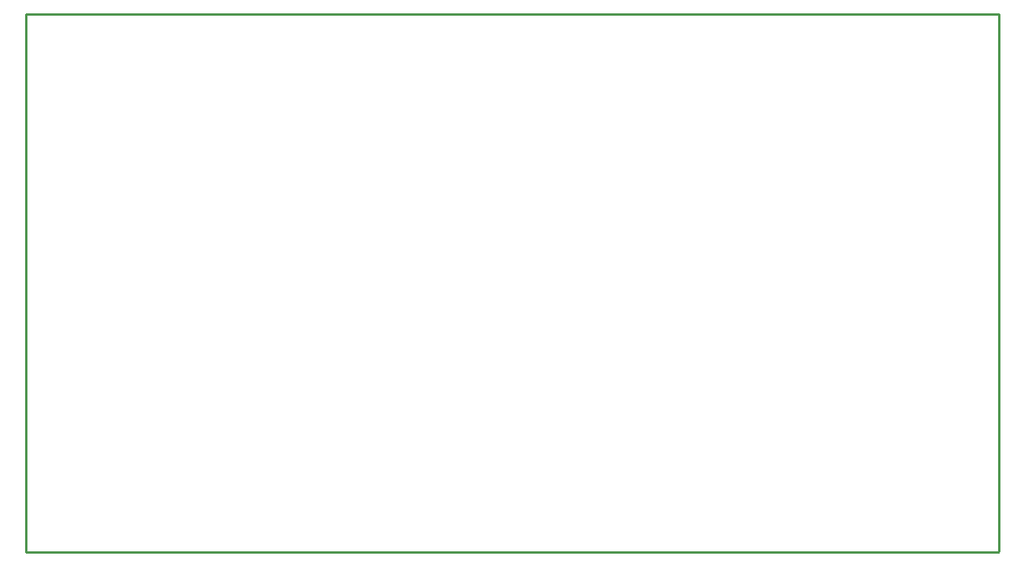
<source format=gko>
G04 Layer_Color=16711935*
%FSLAX43Y43*%
%MOMM*%
G71*
G01*
G75*
%ADD101C,0.254*%
D101*
X0Y58100D02*
X105000D01*
Y100D02*
Y58100D01*
X104900Y0D02*
X105000Y100D01*
X0Y0D02*
X104900D01*
X0D02*
Y58100D01*
M02*

</source>
